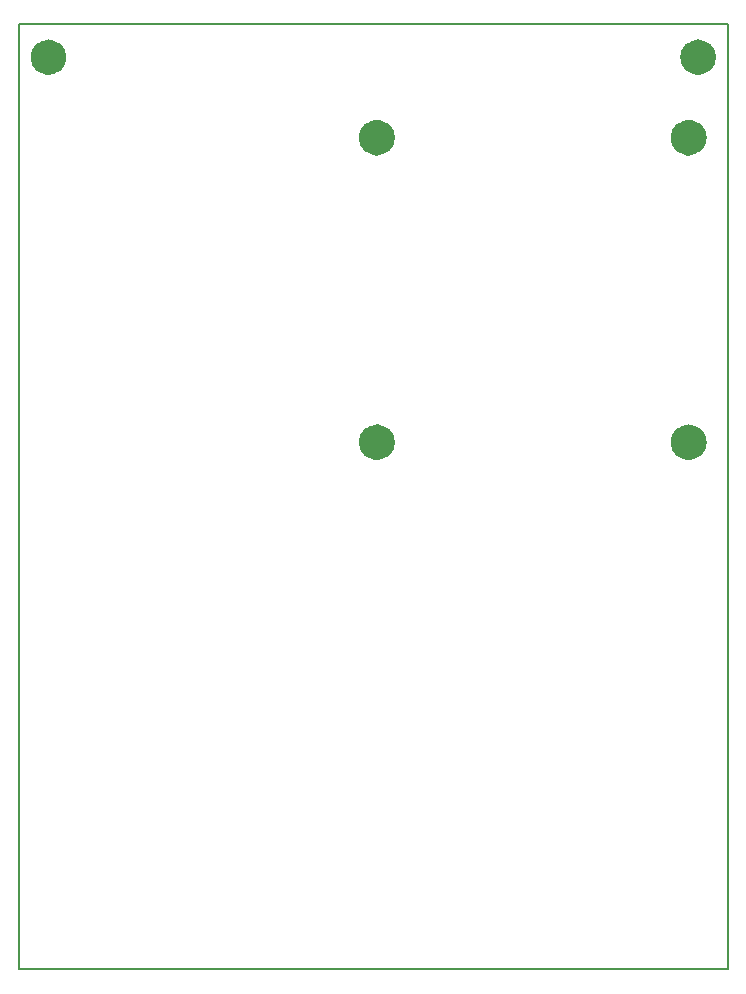
<source format=gm1>
G04 #@! TF.GenerationSoftware,KiCad,Pcbnew,8.0.4*
G04 #@! TF.CreationDate,2024-08-08T12:01:18+02:00*
G04 #@! TF.ProjectId,LED-board-PWM,4c45442d-626f-4617-9264-2d50574d2e6b,rev?*
G04 #@! TF.SameCoordinates,Original*
G04 #@! TF.FileFunction,Profile,NP*
%FSLAX46Y46*%
G04 Gerber Fmt 4.6, Leading zero omitted, Abs format (unit mm)*
G04 Created by KiCad (PCBNEW 8.0.4) date 2024-08-08 12:01:18*
%MOMM*%
%LPD*%
G01*
G04 APERTURE LIST*
G04 #@! TA.AperFunction,Profile*
%ADD10C,1.525000*%
G04 #@! TD*
G04 #@! TA.AperFunction,Profile*
%ADD11C,0.200000*%
G04 #@! TD*
G04 #@! TA.AperFunction,Profile*
%ADD12C,1.550000*%
G04 #@! TD*
G04 APERTURE END LIST*
D10*
X103262500Y-47500000D02*
G75*
G02*
X101737500Y-47500000I-762500J0D01*
G01*
X101737500Y-47500000D02*
G75*
G02*
X103262500Y-47500000I762500J0D01*
G01*
X158262500Y-47500000D02*
G75*
G02*
X156737500Y-47500000I-762500J0D01*
G01*
X156737500Y-47500000D02*
G75*
G02*
X158262500Y-47500000I762500J0D01*
G01*
D11*
X100000000Y-44700000D02*
X160000000Y-44700000D01*
X160000000Y-124700000D01*
X100000000Y-124700000D01*
X100000000Y-44700000D01*
D12*
X131075000Y-54300000D02*
G75*
G02*
X129525000Y-54300000I-775000J0D01*
G01*
X129525000Y-54300000D02*
G75*
G02*
X131075000Y-54300000I775000J0D01*
G01*
X131075000Y-80100000D02*
G75*
G02*
X129525000Y-80100000I-775000J0D01*
G01*
X129525000Y-80100000D02*
G75*
G02*
X131075000Y-80100000I775000J0D01*
G01*
X157475000Y-54300000D02*
G75*
G02*
X155925000Y-54300000I-775000J0D01*
G01*
X155925000Y-54300000D02*
G75*
G02*
X157475000Y-54300000I775000J0D01*
G01*
X157475000Y-80100000D02*
G75*
G02*
X155925000Y-80100000I-775000J0D01*
G01*
X155925000Y-80100000D02*
G75*
G02*
X157475000Y-80100000I775000J0D01*
G01*
M02*

</source>
